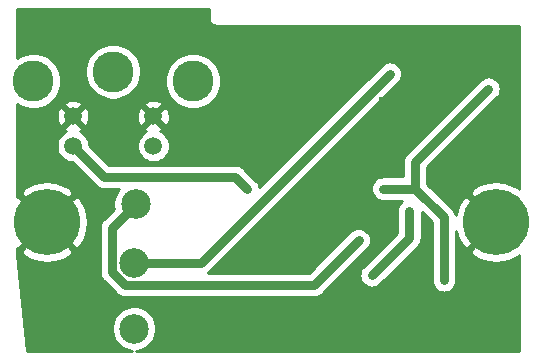
<source format=gbr>
G04 #@! TF.GenerationSoftware,KiCad,Pcbnew,(5.1.4)-1*
G04 #@! TF.CreationDate,2020-06-19T15:30:03+02:00*
G04 #@! TF.ProjectId,S-VHS ZX Spectrum Rev. C,532d5648-5320-45a5-9820-537065637472,rev?*
G04 #@! TF.SameCoordinates,Original*
G04 #@! TF.FileFunction,Copper,L2,Bot*
G04 #@! TF.FilePolarity,Positive*
%FSLAX46Y46*%
G04 Gerber Fmt 4.6, Leading zero omitted, Abs format (unit mm)*
G04 Created by KiCad (PCBNEW (5.1.4)-1) date 2020-06-19 15:30:03*
%MOMM*%
%LPD*%
G04 APERTURE LIST*
%ADD10C,5.600000*%
%ADD11C,1.500000*%
%ADD12C,3.465000*%
%ADD13C,2.499360*%
%ADD14C,0.600000*%
%ADD15C,0.800000*%
%ADD16C,0.254000*%
G04 APERTURE END LIST*
D10*
X138938000Y-102489000D03*
X176950000Y-102489000D03*
D11*
X141133000Y-93535000D03*
X147933000Y-93535000D03*
X141133000Y-96035000D03*
X147933000Y-96035000D03*
D12*
X137783000Y-90535000D03*
X144533000Y-89735000D03*
X151283000Y-90535000D03*
D13*
X146431000Y-100965000D03*
X146304000Y-105918000D03*
X146304000Y-111506000D03*
D14*
X162921000Y-101517700D03*
X157324200Y-106486200D03*
X168548700Y-111586000D03*
X167341300Y-92182000D03*
X155734700Y-94082000D03*
X165314200Y-104014300D03*
X166428200Y-106979700D03*
X169611200Y-101541200D03*
X176309000Y-91189300D03*
X172543400Y-107420200D03*
X167403500Y-99648500D03*
X167955800Y-89920500D03*
X155896900Y-99695000D03*
D15*
X146431000Y-100965000D02*
X144425900Y-102970100D01*
X144425900Y-102970100D02*
X144425900Y-106709500D01*
X144425900Y-106709500D02*
X145514500Y-107798100D01*
X145514500Y-107798100D02*
X161530400Y-107798100D01*
X161530400Y-107798100D02*
X165314200Y-104014300D01*
X169611200Y-101541200D02*
X169611200Y-103796700D01*
X169611200Y-103796700D02*
X166428200Y-106979700D01*
X170111300Y-99648500D02*
X167403500Y-99648500D01*
X172543400Y-107420200D02*
X172543400Y-102080600D01*
X172543400Y-102080600D02*
X170111300Y-99648500D01*
X176309000Y-91189300D02*
X170111300Y-97387000D01*
X170111300Y-97387000D02*
X170111300Y-99648500D01*
X146304000Y-105918000D02*
X151958300Y-105918000D01*
X151958300Y-105918000D02*
X167955800Y-89920500D01*
X141133000Y-96035000D02*
X143743400Y-98645400D01*
X143743400Y-98645400D02*
X154847300Y-98645400D01*
X154847300Y-98645400D02*
X155896900Y-99695000D01*
D16*
G36*
X152629000Y-85184580D02*
G01*
X152625807Y-85217000D01*
X152638550Y-85346383D01*
X152676290Y-85470793D01*
X152737575Y-85585450D01*
X152820052Y-85685948D01*
X152920550Y-85768425D01*
X153035207Y-85829710D01*
X153159617Y-85867450D01*
X153289000Y-85880193D01*
X153321419Y-85877000D01*
X178918000Y-85877000D01*
X178918001Y-99686069D01*
X178874692Y-99623823D01*
X178278741Y-99303388D01*
X177631727Y-99105374D01*
X176958516Y-99037390D01*
X176284977Y-99102051D01*
X175636994Y-99296870D01*
X175039470Y-99614361D01*
X175025308Y-99623823D01*
X174713124Y-100072519D01*
X176950000Y-102309395D01*
X176964143Y-102295253D01*
X177143748Y-102474858D01*
X177129605Y-102489000D01*
X177143748Y-102503143D01*
X176964143Y-102682748D01*
X176950000Y-102668605D01*
X174713124Y-104905481D01*
X175025308Y-105354177D01*
X175621259Y-105674612D01*
X176268273Y-105872626D01*
X176941484Y-105940610D01*
X177615023Y-105875949D01*
X178263006Y-105681130D01*
X178860530Y-105363639D01*
X178874692Y-105354177D01*
X178918001Y-105291930D01*
X178918001Y-113386000D01*
X146513153Y-113386000D01*
X146853741Y-113318253D01*
X147196731Y-113176182D01*
X147505413Y-112969926D01*
X147767926Y-112707413D01*
X147974182Y-112398731D01*
X148116253Y-112055741D01*
X148188680Y-111691625D01*
X148188680Y-111320375D01*
X148116253Y-110956259D01*
X147974182Y-110613269D01*
X147767926Y-110304587D01*
X147505413Y-110042074D01*
X147196731Y-109835818D01*
X146853741Y-109693747D01*
X146489625Y-109621320D01*
X146118375Y-109621320D01*
X145754259Y-109693747D01*
X145411269Y-109835818D01*
X145102587Y-110042074D01*
X144840074Y-110304587D01*
X144633818Y-110613269D01*
X144491747Y-110956259D01*
X144419320Y-111320375D01*
X144419320Y-111691625D01*
X144491747Y-112055741D01*
X144633818Y-112398731D01*
X144840074Y-112707413D01*
X145102587Y-112969926D01*
X145411269Y-113176182D01*
X145754259Y-113318253D01*
X146094847Y-113386000D01*
X137248430Y-113386000D01*
X136423000Y-105249613D01*
X136423000Y-104905481D01*
X136701124Y-104905481D01*
X137013308Y-105354177D01*
X137609259Y-105674612D01*
X138256273Y-105872626D01*
X138929484Y-105940610D01*
X139603023Y-105875949D01*
X140251006Y-105681130D01*
X140848530Y-105363639D01*
X140862692Y-105354177D01*
X141174876Y-104905481D01*
X138938000Y-102668605D01*
X136701124Y-104905481D01*
X136423000Y-104905481D01*
X136423000Y-104657331D01*
X136521519Y-104725876D01*
X138758395Y-102489000D01*
X139117605Y-102489000D01*
X141354481Y-104725876D01*
X141803177Y-104413692D01*
X142123612Y-103817741D01*
X142321626Y-103170727D01*
X142389610Y-102497516D01*
X142324949Y-101823977D01*
X142130130Y-101175994D01*
X141812639Y-100578470D01*
X141803177Y-100564308D01*
X141354481Y-100252124D01*
X139117605Y-102489000D01*
X138758395Y-102489000D01*
X136521519Y-100252124D01*
X136423000Y-100320669D01*
X136423000Y-100072519D01*
X136701124Y-100072519D01*
X138938000Y-102309395D01*
X141174876Y-100072519D01*
X140862692Y-99623823D01*
X140266741Y-99303388D01*
X139619727Y-99105374D01*
X138946516Y-99037390D01*
X138272977Y-99102051D01*
X137624994Y-99296870D01*
X137027470Y-99614361D01*
X137013308Y-99623823D01*
X136701124Y-100072519D01*
X136423000Y-100072519D01*
X136423000Y-95898589D01*
X139748000Y-95898589D01*
X139748000Y-96171411D01*
X139801225Y-96438989D01*
X139905629Y-96691043D01*
X140057201Y-96917886D01*
X140250114Y-97110799D01*
X140476957Y-97262371D01*
X140729011Y-97366775D01*
X140996589Y-97420000D01*
X141054290Y-97420000D01*
X142975596Y-99341307D01*
X143008004Y-99380796D01*
X143047492Y-99413203D01*
X143165602Y-99510134D01*
X143252181Y-99556411D01*
X143345407Y-99606241D01*
X143540505Y-99665424D01*
X143692562Y-99680400D01*
X143692571Y-99680400D01*
X143743399Y-99685406D01*
X143794227Y-99680400D01*
X145050261Y-99680400D01*
X144967074Y-99763587D01*
X144760818Y-100072269D01*
X144618747Y-100415259D01*
X144546320Y-100779375D01*
X144546320Y-101150625D01*
X144585366Y-101346923D01*
X143729997Y-102202293D01*
X143690504Y-102234704D01*
X143561166Y-102392303D01*
X143465059Y-102572108D01*
X143405876Y-102767206D01*
X143390900Y-102919263D01*
X143390900Y-102919272D01*
X143385894Y-102970100D01*
X143390900Y-103020928D01*
X143390901Y-106658662D01*
X143385894Y-106709500D01*
X143405877Y-106912395D01*
X143465060Y-107107493D01*
X143561166Y-107287297D01*
X143658097Y-107405407D01*
X143690505Y-107444896D01*
X143729992Y-107477302D01*
X144746697Y-108494008D01*
X144779104Y-108533496D01*
X144818592Y-108565903D01*
X144936702Y-108662834D01*
X145032809Y-108714204D01*
X145116507Y-108758941D01*
X145311605Y-108818124D01*
X145463662Y-108833100D01*
X145463664Y-108833100D01*
X145514500Y-108838107D01*
X145565335Y-108833100D01*
X161479572Y-108833100D01*
X161530400Y-108838106D01*
X161581228Y-108833100D01*
X161581238Y-108833100D01*
X161733295Y-108818124D01*
X161928393Y-108758941D01*
X162108197Y-108662834D01*
X162265796Y-108533496D01*
X162298207Y-108494003D01*
X163812510Y-106979700D01*
X165388194Y-106979700D01*
X165408177Y-107182595D01*
X165467360Y-107377693D01*
X165563466Y-107557497D01*
X165692804Y-107715096D01*
X165850403Y-107844434D01*
X166030207Y-107940540D01*
X166225305Y-107999723D01*
X166428200Y-108019706D01*
X166631095Y-107999723D01*
X166826193Y-107940540D01*
X167005997Y-107844434D01*
X167124107Y-107747503D01*
X170307108Y-104564503D01*
X170346596Y-104532096D01*
X170444915Y-104412294D01*
X170475934Y-104374498D01*
X170572040Y-104194694D01*
X170572041Y-104194693D01*
X170631224Y-103999595D01*
X170646200Y-103847538D01*
X170646200Y-103847535D01*
X170651207Y-103796700D01*
X170646200Y-103745865D01*
X170646200Y-101647111D01*
X171508401Y-102509312D01*
X171508400Y-107471037D01*
X171523376Y-107623094D01*
X171582559Y-107818192D01*
X171678666Y-107997997D01*
X171808004Y-108155596D01*
X171965603Y-108284934D01*
X172145407Y-108381041D01*
X172340505Y-108440224D01*
X172543400Y-108460207D01*
X172746294Y-108440224D01*
X172941392Y-108381041D01*
X173121197Y-108284934D01*
X173278796Y-108155596D01*
X173408134Y-107997997D01*
X173504241Y-107818193D01*
X173563424Y-107623095D01*
X173578400Y-107471038D01*
X173578400Y-103205075D01*
X173757870Y-103802006D01*
X174075361Y-104399530D01*
X174084823Y-104413692D01*
X174533519Y-104725876D01*
X176770395Y-102489000D01*
X174533519Y-100252124D01*
X174084823Y-100564308D01*
X173764388Y-101160259D01*
X173566374Y-101807273D01*
X173560301Y-101867410D01*
X173504241Y-101682607D01*
X173414515Y-101514741D01*
X173408134Y-101502802D01*
X173311203Y-101384692D01*
X173278796Y-101345204D01*
X173239308Y-101312797D01*
X171146300Y-99219790D01*
X171146300Y-97815710D01*
X177076803Y-91885208D01*
X177173734Y-91767098D01*
X177269840Y-91587294D01*
X177329023Y-91392196D01*
X177349006Y-91189301D01*
X177329023Y-90986406D01*
X177269840Y-90791307D01*
X177173734Y-90611503D01*
X177044395Y-90453905D01*
X176886797Y-90324566D01*
X176706993Y-90228460D01*
X176511894Y-90169277D01*
X176308999Y-90149294D01*
X176106104Y-90169277D01*
X175911006Y-90228460D01*
X175731202Y-90324566D01*
X175613092Y-90421497D01*
X169415397Y-96619193D01*
X169375904Y-96651604D01*
X169246566Y-96809203D01*
X169150459Y-96989008D01*
X169091276Y-97184106D01*
X169076300Y-97336163D01*
X169076300Y-97336172D01*
X169071294Y-97387000D01*
X169076300Y-97437828D01*
X169076301Y-98613500D01*
X167352662Y-98613500D01*
X167200605Y-98628476D01*
X167005507Y-98687659D01*
X166825703Y-98783766D01*
X166668104Y-98913104D01*
X166538766Y-99070703D01*
X166442659Y-99250507D01*
X166383476Y-99445605D01*
X166363493Y-99648500D01*
X166383476Y-99851395D01*
X166442659Y-100046493D01*
X166538766Y-100226297D01*
X166668104Y-100383896D01*
X166825703Y-100513234D01*
X167005507Y-100609341D01*
X167200605Y-100668524D01*
X167352662Y-100683500D01*
X169024832Y-100683500D01*
X168875804Y-100805804D01*
X168746466Y-100963403D01*
X168650359Y-101143208D01*
X168591176Y-101338306D01*
X168576200Y-101490363D01*
X168576201Y-103367988D01*
X165660397Y-106283793D01*
X165563466Y-106401903D01*
X165467360Y-106581707D01*
X165408177Y-106776805D01*
X165388194Y-106979700D01*
X163812510Y-106979700D01*
X166082003Y-104710208D01*
X166178934Y-104592098D01*
X166275040Y-104412294D01*
X166334223Y-104217196D01*
X166354206Y-104014301D01*
X166334223Y-103811406D01*
X166275040Y-103616307D01*
X166178934Y-103436503D01*
X166049595Y-103278905D01*
X165891997Y-103149566D01*
X165712193Y-103053460D01*
X165517094Y-102994277D01*
X165314199Y-102974294D01*
X165111304Y-102994277D01*
X164916206Y-103053460D01*
X164736402Y-103149566D01*
X164618292Y-103246497D01*
X161101690Y-106763100D01*
X152560021Y-106763100D01*
X152693696Y-106653396D01*
X152726107Y-106613903D01*
X168723603Y-90616408D01*
X168820533Y-90498298D01*
X168916640Y-90318494D01*
X168975823Y-90123396D01*
X168995806Y-89920501D01*
X168975823Y-89717606D01*
X168916640Y-89522507D01*
X168820533Y-89342703D01*
X168691195Y-89185105D01*
X168533597Y-89055767D01*
X168353793Y-88959660D01*
X168158694Y-88900477D01*
X167955799Y-88880494D01*
X167752904Y-88900477D01*
X167557806Y-88959660D01*
X167378002Y-89055767D01*
X167259892Y-89152697D01*
X156917242Y-99495347D01*
X156916923Y-99492105D01*
X156857741Y-99297006D01*
X156761634Y-99117202D01*
X156664703Y-98999092D01*
X155615107Y-97949497D01*
X155582696Y-97910004D01*
X155425097Y-97780666D01*
X155245293Y-97684559D01*
X155050195Y-97625376D01*
X154898138Y-97610400D01*
X154898128Y-97610400D01*
X154847300Y-97605394D01*
X154796472Y-97610400D01*
X144172111Y-97610400D01*
X142518000Y-95956290D01*
X142518000Y-95898589D01*
X146548000Y-95898589D01*
X146548000Y-96171411D01*
X146601225Y-96438989D01*
X146705629Y-96691043D01*
X146857201Y-96917886D01*
X147050114Y-97110799D01*
X147276957Y-97262371D01*
X147529011Y-97366775D01*
X147796589Y-97420000D01*
X148069411Y-97420000D01*
X148336989Y-97366775D01*
X148589043Y-97262371D01*
X148815886Y-97110799D01*
X149008799Y-96917886D01*
X149160371Y-96691043D01*
X149264775Y-96438989D01*
X149318000Y-96171411D01*
X149318000Y-95898589D01*
X149264775Y-95631011D01*
X149160371Y-95378957D01*
X149008799Y-95152114D01*
X148815886Y-94959201D01*
X148589043Y-94807629D01*
X148539574Y-94787139D01*
X148644863Y-94730860D01*
X148710388Y-94491993D01*
X147933000Y-93714605D01*
X147155612Y-94491993D01*
X147221137Y-94730860D01*
X147334201Y-94783918D01*
X147276957Y-94807629D01*
X147050114Y-94959201D01*
X146857201Y-95152114D01*
X146705629Y-95378957D01*
X146601225Y-95631011D01*
X146548000Y-95898589D01*
X142518000Y-95898589D01*
X142464775Y-95631011D01*
X142360371Y-95378957D01*
X142208799Y-95152114D01*
X142015886Y-94959201D01*
X141789043Y-94807629D01*
X141739574Y-94787139D01*
X141844863Y-94730860D01*
X141910388Y-94491993D01*
X141133000Y-93714605D01*
X140355612Y-94491993D01*
X140421137Y-94730860D01*
X140534201Y-94783918D01*
X140476957Y-94807629D01*
X140250114Y-94959201D01*
X140057201Y-95152114D01*
X139905629Y-95378957D01*
X139801225Y-95631011D01*
X139748000Y-95898589D01*
X136423000Y-95898589D01*
X136423000Y-93607492D01*
X139743188Y-93607492D01*
X139784035Y-93877238D01*
X139876723Y-94133832D01*
X139937140Y-94246863D01*
X140176007Y-94312388D01*
X140953395Y-93535000D01*
X141312605Y-93535000D01*
X142089993Y-94312388D01*
X142328860Y-94246863D01*
X142444760Y-93999884D01*
X142510250Y-93735040D01*
X142516129Y-93607492D01*
X146543188Y-93607492D01*
X146584035Y-93877238D01*
X146676723Y-94133832D01*
X146737140Y-94246863D01*
X146976007Y-94312388D01*
X147753395Y-93535000D01*
X148112605Y-93535000D01*
X148889993Y-94312388D01*
X149128860Y-94246863D01*
X149244760Y-93999884D01*
X149310250Y-93735040D01*
X149322812Y-93462508D01*
X149281965Y-93192762D01*
X149189277Y-92936168D01*
X149128860Y-92823137D01*
X148889993Y-92757612D01*
X148112605Y-93535000D01*
X147753395Y-93535000D01*
X146976007Y-92757612D01*
X146737140Y-92823137D01*
X146621240Y-93070116D01*
X146555750Y-93334960D01*
X146543188Y-93607492D01*
X142516129Y-93607492D01*
X142522812Y-93462508D01*
X142481965Y-93192762D01*
X142389277Y-92936168D01*
X142328860Y-92823137D01*
X142089993Y-92757612D01*
X141312605Y-93535000D01*
X140953395Y-93535000D01*
X140176007Y-92757612D01*
X139937140Y-92823137D01*
X139821240Y-93070116D01*
X139755750Y-93334960D01*
X139743188Y-93607492D01*
X136423000Y-93607492D01*
X136423000Y-92473645D01*
X136661568Y-92633051D01*
X137092426Y-92811518D01*
X137549822Y-92902500D01*
X138016178Y-92902500D01*
X138473574Y-92811518D01*
X138904432Y-92633051D01*
X138986811Y-92578007D01*
X140355612Y-92578007D01*
X141133000Y-93355395D01*
X141910388Y-92578007D01*
X147155612Y-92578007D01*
X147933000Y-93355395D01*
X148710388Y-92578007D01*
X148644863Y-92339140D01*
X148397884Y-92223240D01*
X148133040Y-92157750D01*
X147860508Y-92145188D01*
X147590762Y-92186035D01*
X147334168Y-92278723D01*
X147221137Y-92339140D01*
X147155612Y-92578007D01*
X141910388Y-92578007D01*
X141844863Y-92339140D01*
X141597884Y-92223240D01*
X141333040Y-92157750D01*
X141060508Y-92145188D01*
X140790762Y-92186035D01*
X140534168Y-92278723D01*
X140421137Y-92339140D01*
X140355612Y-92578007D01*
X138986811Y-92578007D01*
X139292193Y-92373957D01*
X139621957Y-92044193D01*
X139881051Y-91656432D01*
X140059518Y-91225574D01*
X140150500Y-90768178D01*
X140150500Y-90301822D01*
X140059518Y-89844426D01*
X139917607Y-89501822D01*
X142165500Y-89501822D01*
X142165500Y-89968178D01*
X142256482Y-90425574D01*
X142434949Y-90856432D01*
X142694043Y-91244193D01*
X143023807Y-91573957D01*
X143411568Y-91833051D01*
X143842426Y-92011518D01*
X144299822Y-92102500D01*
X144766178Y-92102500D01*
X145223574Y-92011518D01*
X145654432Y-91833051D01*
X146042193Y-91573957D01*
X146371957Y-91244193D01*
X146631051Y-90856432D01*
X146809518Y-90425574D01*
X146834133Y-90301822D01*
X148915500Y-90301822D01*
X148915500Y-90768178D01*
X149006482Y-91225574D01*
X149184949Y-91656432D01*
X149444043Y-92044193D01*
X149773807Y-92373957D01*
X150161568Y-92633051D01*
X150592426Y-92811518D01*
X151049822Y-92902500D01*
X151516178Y-92902500D01*
X151973574Y-92811518D01*
X152404432Y-92633051D01*
X152792193Y-92373957D01*
X153121957Y-92044193D01*
X153381051Y-91656432D01*
X153559518Y-91225574D01*
X153650500Y-90768178D01*
X153650500Y-90301822D01*
X153559518Y-89844426D01*
X153381051Y-89413568D01*
X153121957Y-89025807D01*
X152792193Y-88696043D01*
X152404432Y-88436949D01*
X151973574Y-88258482D01*
X151516178Y-88167500D01*
X151049822Y-88167500D01*
X150592426Y-88258482D01*
X150161568Y-88436949D01*
X149773807Y-88696043D01*
X149444043Y-89025807D01*
X149184949Y-89413568D01*
X149006482Y-89844426D01*
X148915500Y-90301822D01*
X146834133Y-90301822D01*
X146900500Y-89968178D01*
X146900500Y-89501822D01*
X146809518Y-89044426D01*
X146631051Y-88613568D01*
X146371957Y-88225807D01*
X146042193Y-87896043D01*
X145654432Y-87636949D01*
X145223574Y-87458482D01*
X144766178Y-87367500D01*
X144299822Y-87367500D01*
X143842426Y-87458482D01*
X143411568Y-87636949D01*
X143023807Y-87896043D01*
X142694043Y-88225807D01*
X142434949Y-88613568D01*
X142256482Y-89044426D01*
X142165500Y-89501822D01*
X139917607Y-89501822D01*
X139881051Y-89413568D01*
X139621957Y-89025807D01*
X139292193Y-88696043D01*
X138904432Y-88436949D01*
X138473574Y-88258482D01*
X138016178Y-88167500D01*
X137549822Y-88167500D01*
X137092426Y-88258482D01*
X136661568Y-88436949D01*
X136423000Y-88596355D01*
X136423000Y-84480000D01*
X152629001Y-84480000D01*
X152629000Y-85184580D01*
X152629000Y-85184580D01*
G37*
X152629000Y-85184580D02*
X152625807Y-85217000D01*
X152638550Y-85346383D01*
X152676290Y-85470793D01*
X152737575Y-85585450D01*
X152820052Y-85685948D01*
X152920550Y-85768425D01*
X153035207Y-85829710D01*
X153159617Y-85867450D01*
X153289000Y-85880193D01*
X153321419Y-85877000D01*
X178918000Y-85877000D01*
X178918001Y-99686069D01*
X178874692Y-99623823D01*
X178278741Y-99303388D01*
X177631727Y-99105374D01*
X176958516Y-99037390D01*
X176284977Y-99102051D01*
X175636994Y-99296870D01*
X175039470Y-99614361D01*
X175025308Y-99623823D01*
X174713124Y-100072519D01*
X176950000Y-102309395D01*
X176964143Y-102295253D01*
X177143748Y-102474858D01*
X177129605Y-102489000D01*
X177143748Y-102503143D01*
X176964143Y-102682748D01*
X176950000Y-102668605D01*
X174713124Y-104905481D01*
X175025308Y-105354177D01*
X175621259Y-105674612D01*
X176268273Y-105872626D01*
X176941484Y-105940610D01*
X177615023Y-105875949D01*
X178263006Y-105681130D01*
X178860530Y-105363639D01*
X178874692Y-105354177D01*
X178918001Y-105291930D01*
X178918001Y-113386000D01*
X146513153Y-113386000D01*
X146853741Y-113318253D01*
X147196731Y-113176182D01*
X147505413Y-112969926D01*
X147767926Y-112707413D01*
X147974182Y-112398731D01*
X148116253Y-112055741D01*
X148188680Y-111691625D01*
X148188680Y-111320375D01*
X148116253Y-110956259D01*
X147974182Y-110613269D01*
X147767926Y-110304587D01*
X147505413Y-110042074D01*
X147196731Y-109835818D01*
X146853741Y-109693747D01*
X146489625Y-109621320D01*
X146118375Y-109621320D01*
X145754259Y-109693747D01*
X145411269Y-109835818D01*
X145102587Y-110042074D01*
X144840074Y-110304587D01*
X144633818Y-110613269D01*
X144491747Y-110956259D01*
X144419320Y-111320375D01*
X144419320Y-111691625D01*
X144491747Y-112055741D01*
X144633818Y-112398731D01*
X144840074Y-112707413D01*
X145102587Y-112969926D01*
X145411269Y-113176182D01*
X145754259Y-113318253D01*
X146094847Y-113386000D01*
X137248430Y-113386000D01*
X136423000Y-105249613D01*
X136423000Y-104905481D01*
X136701124Y-104905481D01*
X137013308Y-105354177D01*
X137609259Y-105674612D01*
X138256273Y-105872626D01*
X138929484Y-105940610D01*
X139603023Y-105875949D01*
X140251006Y-105681130D01*
X140848530Y-105363639D01*
X140862692Y-105354177D01*
X141174876Y-104905481D01*
X138938000Y-102668605D01*
X136701124Y-104905481D01*
X136423000Y-104905481D01*
X136423000Y-104657331D01*
X136521519Y-104725876D01*
X138758395Y-102489000D01*
X139117605Y-102489000D01*
X141354481Y-104725876D01*
X141803177Y-104413692D01*
X142123612Y-103817741D01*
X142321626Y-103170727D01*
X142389610Y-102497516D01*
X142324949Y-101823977D01*
X142130130Y-101175994D01*
X141812639Y-100578470D01*
X141803177Y-100564308D01*
X141354481Y-100252124D01*
X139117605Y-102489000D01*
X138758395Y-102489000D01*
X136521519Y-100252124D01*
X136423000Y-100320669D01*
X136423000Y-100072519D01*
X136701124Y-100072519D01*
X138938000Y-102309395D01*
X141174876Y-100072519D01*
X140862692Y-99623823D01*
X140266741Y-99303388D01*
X139619727Y-99105374D01*
X138946516Y-99037390D01*
X138272977Y-99102051D01*
X137624994Y-99296870D01*
X137027470Y-99614361D01*
X137013308Y-99623823D01*
X136701124Y-100072519D01*
X136423000Y-100072519D01*
X136423000Y-95898589D01*
X139748000Y-95898589D01*
X139748000Y-96171411D01*
X139801225Y-96438989D01*
X139905629Y-96691043D01*
X140057201Y-96917886D01*
X140250114Y-97110799D01*
X140476957Y-97262371D01*
X140729011Y-97366775D01*
X140996589Y-97420000D01*
X141054290Y-97420000D01*
X142975596Y-99341307D01*
X143008004Y-99380796D01*
X143047492Y-99413203D01*
X143165602Y-99510134D01*
X143252181Y-99556411D01*
X143345407Y-99606241D01*
X143540505Y-99665424D01*
X143692562Y-99680400D01*
X143692571Y-99680400D01*
X143743399Y-99685406D01*
X143794227Y-99680400D01*
X145050261Y-99680400D01*
X144967074Y-99763587D01*
X144760818Y-100072269D01*
X144618747Y-100415259D01*
X144546320Y-100779375D01*
X144546320Y-101150625D01*
X144585366Y-101346923D01*
X143729997Y-102202293D01*
X143690504Y-102234704D01*
X143561166Y-102392303D01*
X143465059Y-102572108D01*
X143405876Y-102767206D01*
X143390900Y-102919263D01*
X143390900Y-102919272D01*
X143385894Y-102970100D01*
X143390900Y-103020928D01*
X143390901Y-106658662D01*
X143385894Y-106709500D01*
X143405877Y-106912395D01*
X143465060Y-107107493D01*
X143561166Y-107287297D01*
X143658097Y-107405407D01*
X143690505Y-107444896D01*
X143729992Y-107477302D01*
X144746697Y-108494008D01*
X144779104Y-108533496D01*
X144818592Y-108565903D01*
X144936702Y-108662834D01*
X145032809Y-108714204D01*
X145116507Y-108758941D01*
X145311605Y-108818124D01*
X145463662Y-108833100D01*
X145463664Y-108833100D01*
X145514500Y-108838107D01*
X145565335Y-108833100D01*
X161479572Y-108833100D01*
X161530400Y-108838106D01*
X161581228Y-108833100D01*
X161581238Y-108833100D01*
X161733295Y-108818124D01*
X161928393Y-108758941D01*
X162108197Y-108662834D01*
X162265796Y-108533496D01*
X162298207Y-108494003D01*
X163812510Y-106979700D01*
X165388194Y-106979700D01*
X165408177Y-107182595D01*
X165467360Y-107377693D01*
X165563466Y-107557497D01*
X165692804Y-107715096D01*
X165850403Y-107844434D01*
X166030207Y-107940540D01*
X166225305Y-107999723D01*
X166428200Y-108019706D01*
X166631095Y-107999723D01*
X166826193Y-107940540D01*
X167005997Y-107844434D01*
X167124107Y-107747503D01*
X170307108Y-104564503D01*
X170346596Y-104532096D01*
X170444915Y-104412294D01*
X170475934Y-104374498D01*
X170572040Y-104194694D01*
X170572041Y-104194693D01*
X170631224Y-103999595D01*
X170646200Y-103847538D01*
X170646200Y-103847535D01*
X170651207Y-103796700D01*
X170646200Y-103745865D01*
X170646200Y-101647111D01*
X171508401Y-102509312D01*
X171508400Y-107471037D01*
X171523376Y-107623094D01*
X171582559Y-107818192D01*
X171678666Y-107997997D01*
X171808004Y-108155596D01*
X171965603Y-108284934D01*
X172145407Y-108381041D01*
X172340505Y-108440224D01*
X172543400Y-108460207D01*
X172746294Y-108440224D01*
X172941392Y-108381041D01*
X173121197Y-108284934D01*
X173278796Y-108155596D01*
X173408134Y-107997997D01*
X173504241Y-107818193D01*
X173563424Y-107623095D01*
X173578400Y-107471038D01*
X173578400Y-103205075D01*
X173757870Y-103802006D01*
X174075361Y-104399530D01*
X174084823Y-104413692D01*
X174533519Y-104725876D01*
X176770395Y-102489000D01*
X174533519Y-100252124D01*
X174084823Y-100564308D01*
X173764388Y-101160259D01*
X173566374Y-101807273D01*
X173560301Y-101867410D01*
X173504241Y-101682607D01*
X173414515Y-101514741D01*
X173408134Y-101502802D01*
X173311203Y-101384692D01*
X173278796Y-101345204D01*
X173239308Y-101312797D01*
X171146300Y-99219790D01*
X171146300Y-97815710D01*
X177076803Y-91885208D01*
X177173734Y-91767098D01*
X177269840Y-91587294D01*
X177329023Y-91392196D01*
X177349006Y-91189301D01*
X177329023Y-90986406D01*
X177269840Y-90791307D01*
X177173734Y-90611503D01*
X177044395Y-90453905D01*
X176886797Y-90324566D01*
X176706993Y-90228460D01*
X176511894Y-90169277D01*
X176308999Y-90149294D01*
X176106104Y-90169277D01*
X175911006Y-90228460D01*
X175731202Y-90324566D01*
X175613092Y-90421497D01*
X169415397Y-96619193D01*
X169375904Y-96651604D01*
X169246566Y-96809203D01*
X169150459Y-96989008D01*
X169091276Y-97184106D01*
X169076300Y-97336163D01*
X169076300Y-97336172D01*
X169071294Y-97387000D01*
X169076300Y-97437828D01*
X169076301Y-98613500D01*
X167352662Y-98613500D01*
X167200605Y-98628476D01*
X167005507Y-98687659D01*
X166825703Y-98783766D01*
X166668104Y-98913104D01*
X166538766Y-99070703D01*
X166442659Y-99250507D01*
X166383476Y-99445605D01*
X166363493Y-99648500D01*
X166383476Y-99851395D01*
X166442659Y-100046493D01*
X166538766Y-100226297D01*
X166668104Y-100383896D01*
X166825703Y-100513234D01*
X167005507Y-100609341D01*
X167200605Y-100668524D01*
X167352662Y-100683500D01*
X169024832Y-100683500D01*
X168875804Y-100805804D01*
X168746466Y-100963403D01*
X168650359Y-101143208D01*
X168591176Y-101338306D01*
X168576200Y-101490363D01*
X168576201Y-103367988D01*
X165660397Y-106283793D01*
X165563466Y-106401903D01*
X165467360Y-106581707D01*
X165408177Y-106776805D01*
X165388194Y-106979700D01*
X163812510Y-106979700D01*
X166082003Y-104710208D01*
X166178934Y-104592098D01*
X166275040Y-104412294D01*
X166334223Y-104217196D01*
X166354206Y-104014301D01*
X166334223Y-103811406D01*
X166275040Y-103616307D01*
X166178934Y-103436503D01*
X166049595Y-103278905D01*
X165891997Y-103149566D01*
X165712193Y-103053460D01*
X165517094Y-102994277D01*
X165314199Y-102974294D01*
X165111304Y-102994277D01*
X164916206Y-103053460D01*
X164736402Y-103149566D01*
X164618292Y-103246497D01*
X161101690Y-106763100D01*
X152560021Y-106763100D01*
X152693696Y-106653396D01*
X152726107Y-106613903D01*
X168723603Y-90616408D01*
X168820533Y-90498298D01*
X168916640Y-90318494D01*
X168975823Y-90123396D01*
X168995806Y-89920501D01*
X168975823Y-89717606D01*
X168916640Y-89522507D01*
X168820533Y-89342703D01*
X168691195Y-89185105D01*
X168533597Y-89055767D01*
X168353793Y-88959660D01*
X168158694Y-88900477D01*
X167955799Y-88880494D01*
X167752904Y-88900477D01*
X167557806Y-88959660D01*
X167378002Y-89055767D01*
X167259892Y-89152697D01*
X156917242Y-99495347D01*
X156916923Y-99492105D01*
X156857741Y-99297006D01*
X156761634Y-99117202D01*
X156664703Y-98999092D01*
X155615107Y-97949497D01*
X155582696Y-97910004D01*
X155425097Y-97780666D01*
X155245293Y-97684559D01*
X155050195Y-97625376D01*
X154898138Y-97610400D01*
X154898128Y-97610400D01*
X154847300Y-97605394D01*
X154796472Y-97610400D01*
X144172111Y-97610400D01*
X142518000Y-95956290D01*
X142518000Y-95898589D01*
X146548000Y-95898589D01*
X146548000Y-96171411D01*
X146601225Y-96438989D01*
X146705629Y-96691043D01*
X146857201Y-96917886D01*
X147050114Y-97110799D01*
X147276957Y-97262371D01*
X147529011Y-97366775D01*
X147796589Y-97420000D01*
X148069411Y-97420000D01*
X148336989Y-97366775D01*
X148589043Y-97262371D01*
X148815886Y-97110799D01*
X149008799Y-96917886D01*
X149160371Y-96691043D01*
X149264775Y-96438989D01*
X149318000Y-96171411D01*
X149318000Y-95898589D01*
X149264775Y-95631011D01*
X149160371Y-95378957D01*
X149008799Y-95152114D01*
X148815886Y-94959201D01*
X148589043Y-94807629D01*
X148539574Y-94787139D01*
X148644863Y-94730860D01*
X148710388Y-94491993D01*
X147933000Y-93714605D01*
X147155612Y-94491993D01*
X147221137Y-94730860D01*
X147334201Y-94783918D01*
X147276957Y-94807629D01*
X147050114Y-94959201D01*
X146857201Y-95152114D01*
X146705629Y-95378957D01*
X146601225Y-95631011D01*
X146548000Y-95898589D01*
X142518000Y-95898589D01*
X142464775Y-95631011D01*
X142360371Y-95378957D01*
X142208799Y-95152114D01*
X142015886Y-94959201D01*
X141789043Y-94807629D01*
X141739574Y-94787139D01*
X141844863Y-94730860D01*
X141910388Y-94491993D01*
X141133000Y-93714605D01*
X140355612Y-94491993D01*
X140421137Y-94730860D01*
X140534201Y-94783918D01*
X140476957Y-94807629D01*
X140250114Y-94959201D01*
X140057201Y-95152114D01*
X139905629Y-95378957D01*
X139801225Y-95631011D01*
X139748000Y-95898589D01*
X136423000Y-95898589D01*
X136423000Y-93607492D01*
X139743188Y-93607492D01*
X139784035Y-93877238D01*
X139876723Y-94133832D01*
X139937140Y-94246863D01*
X140176007Y-94312388D01*
X140953395Y-93535000D01*
X141312605Y-93535000D01*
X142089993Y-94312388D01*
X142328860Y-94246863D01*
X142444760Y-93999884D01*
X142510250Y-93735040D01*
X142516129Y-93607492D01*
X146543188Y-93607492D01*
X146584035Y-93877238D01*
X146676723Y-94133832D01*
X146737140Y-94246863D01*
X146976007Y-94312388D01*
X147753395Y-93535000D01*
X148112605Y-93535000D01*
X148889993Y-94312388D01*
X149128860Y-94246863D01*
X149244760Y-93999884D01*
X149310250Y-93735040D01*
X149322812Y-93462508D01*
X149281965Y-93192762D01*
X149189277Y-92936168D01*
X149128860Y-92823137D01*
X148889993Y-92757612D01*
X148112605Y-93535000D01*
X147753395Y-93535000D01*
X146976007Y-92757612D01*
X146737140Y-92823137D01*
X146621240Y-93070116D01*
X146555750Y-93334960D01*
X146543188Y-93607492D01*
X142516129Y-93607492D01*
X142522812Y-93462508D01*
X142481965Y-93192762D01*
X142389277Y-92936168D01*
X142328860Y-92823137D01*
X142089993Y-92757612D01*
X141312605Y-93535000D01*
X140953395Y-93535000D01*
X140176007Y-92757612D01*
X139937140Y-92823137D01*
X139821240Y-93070116D01*
X139755750Y-93334960D01*
X139743188Y-93607492D01*
X136423000Y-93607492D01*
X136423000Y-92473645D01*
X136661568Y-92633051D01*
X137092426Y-92811518D01*
X137549822Y-92902500D01*
X138016178Y-92902500D01*
X138473574Y-92811518D01*
X138904432Y-92633051D01*
X138986811Y-92578007D01*
X140355612Y-92578007D01*
X141133000Y-93355395D01*
X141910388Y-92578007D01*
X147155612Y-92578007D01*
X147933000Y-93355395D01*
X148710388Y-92578007D01*
X148644863Y-92339140D01*
X148397884Y-92223240D01*
X148133040Y-92157750D01*
X147860508Y-92145188D01*
X147590762Y-92186035D01*
X147334168Y-92278723D01*
X147221137Y-92339140D01*
X147155612Y-92578007D01*
X141910388Y-92578007D01*
X141844863Y-92339140D01*
X141597884Y-92223240D01*
X141333040Y-92157750D01*
X141060508Y-92145188D01*
X140790762Y-92186035D01*
X140534168Y-92278723D01*
X140421137Y-92339140D01*
X140355612Y-92578007D01*
X138986811Y-92578007D01*
X139292193Y-92373957D01*
X139621957Y-92044193D01*
X139881051Y-91656432D01*
X140059518Y-91225574D01*
X140150500Y-90768178D01*
X140150500Y-90301822D01*
X140059518Y-89844426D01*
X139917607Y-89501822D01*
X142165500Y-89501822D01*
X142165500Y-89968178D01*
X142256482Y-90425574D01*
X142434949Y-90856432D01*
X142694043Y-91244193D01*
X143023807Y-91573957D01*
X143411568Y-91833051D01*
X143842426Y-92011518D01*
X144299822Y-92102500D01*
X144766178Y-92102500D01*
X145223574Y-92011518D01*
X145654432Y-91833051D01*
X146042193Y-91573957D01*
X146371957Y-91244193D01*
X146631051Y-90856432D01*
X146809518Y-90425574D01*
X146834133Y-90301822D01*
X148915500Y-90301822D01*
X148915500Y-90768178D01*
X149006482Y-91225574D01*
X149184949Y-91656432D01*
X149444043Y-92044193D01*
X149773807Y-92373957D01*
X150161568Y-92633051D01*
X150592426Y-92811518D01*
X151049822Y-92902500D01*
X151516178Y-92902500D01*
X151973574Y-92811518D01*
X152404432Y-92633051D01*
X152792193Y-92373957D01*
X153121957Y-92044193D01*
X153381051Y-91656432D01*
X153559518Y-91225574D01*
X153650500Y-90768178D01*
X153650500Y-90301822D01*
X153559518Y-89844426D01*
X153381051Y-89413568D01*
X153121957Y-89025807D01*
X152792193Y-88696043D01*
X152404432Y-88436949D01*
X151973574Y-88258482D01*
X151516178Y-88167500D01*
X151049822Y-88167500D01*
X150592426Y-88258482D01*
X150161568Y-88436949D01*
X149773807Y-88696043D01*
X149444043Y-89025807D01*
X149184949Y-89413568D01*
X149006482Y-89844426D01*
X148915500Y-90301822D01*
X146834133Y-90301822D01*
X146900500Y-89968178D01*
X146900500Y-89501822D01*
X146809518Y-89044426D01*
X146631051Y-88613568D01*
X146371957Y-88225807D01*
X146042193Y-87896043D01*
X145654432Y-87636949D01*
X145223574Y-87458482D01*
X144766178Y-87367500D01*
X144299822Y-87367500D01*
X143842426Y-87458482D01*
X143411568Y-87636949D01*
X143023807Y-87896043D01*
X142694043Y-88225807D01*
X142434949Y-88613568D01*
X142256482Y-89044426D01*
X142165500Y-89501822D01*
X139917607Y-89501822D01*
X139881051Y-89413568D01*
X139621957Y-89025807D01*
X139292193Y-88696043D01*
X138904432Y-88436949D01*
X138473574Y-88258482D01*
X138016178Y-88167500D01*
X137549822Y-88167500D01*
X137092426Y-88258482D01*
X136661568Y-88436949D01*
X136423000Y-88596355D01*
X136423000Y-84480000D01*
X152629001Y-84480000D01*
X152629000Y-85184580D01*
M02*

</source>
